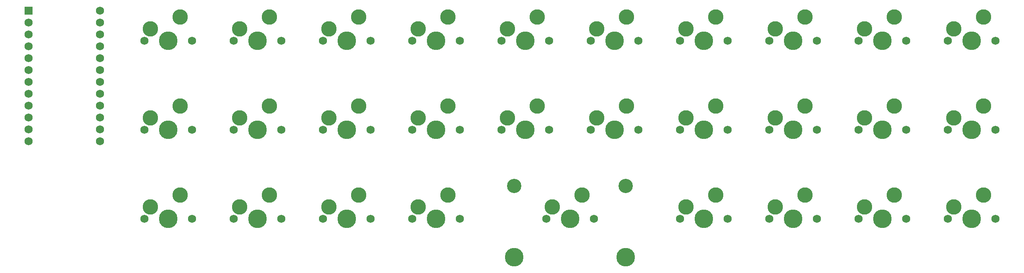
<source format=gbr>
%TF.GenerationSoftware,KiCad,Pcbnew,(6.0.6)*%
%TF.CreationDate,2022-07-19T20:18:06+07:00*%
%TF.ProjectId,pocket,706f636b-6574-42e6-9b69-6361645f7063,rev?*%
%TF.SameCoordinates,Original*%
%TF.FileFunction,Soldermask,Top*%
%TF.FilePolarity,Negative*%
%FSLAX46Y46*%
G04 Gerber Fmt 4.6, Leading zero omitted, Abs format (unit mm)*
G04 Created by KiCad (PCBNEW (6.0.6)) date 2022-07-19 20:18:06*
%MOMM*%
%LPD*%
G01*
G04 APERTURE LIST*
%ADD10C,1.750000*%
%ADD11C,3.987800*%
%ADD12C,3.300000*%
%ADD13R,1.752600X1.752600*%
%ADD14C,1.752600*%
%ADD15C,3.048000*%
G04 APERTURE END LIST*
D10*
%TO.C,SW25*%
X171767500Y-110331250D03*
X161607500Y-110331250D03*
D11*
X166687500Y-110331250D03*
D12*
X162877500Y-107791250D03*
X169227500Y-105251250D03*
%TD*%
D11*
%TO.C,SW16*%
X157162500Y-91281250D03*
D10*
X162242500Y-91281250D03*
X152082500Y-91281250D03*
D12*
X153352500Y-88741250D03*
X159702500Y-86201250D03*
%TD*%
D10*
%TO.C,SW29*%
X86042500Y-110331250D03*
D11*
X80962500Y-110331250D03*
D10*
X75882500Y-110331250D03*
D12*
X77152500Y-107791250D03*
X83502500Y-105251250D03*
%TD*%
%TO.C,SW18*%
X121602500Y-86201250D03*
X115252500Y-88741250D03*
D11*
X119062500Y-91281250D03*
D10*
X113982500Y-91281250D03*
X124142500Y-91281250D03*
%TD*%
D11*
%TO.C,SW13*%
X214312500Y-91281250D03*
D10*
X209232500Y-91281250D03*
X219392500Y-91281250D03*
D12*
X210502500Y-88741250D03*
X216852500Y-86201250D03*
%TD*%
D11*
%TO.C,SW9*%
X100012500Y-72231250D03*
D10*
X105092500Y-72231250D03*
X94932500Y-72231250D03*
D12*
X96202500Y-69691250D03*
X102552500Y-67151250D03*
%TD*%
D10*
%TO.C,SW3*%
X209232500Y-72231250D03*
D11*
X214312500Y-72231250D03*
D10*
X219392500Y-72231250D03*
D12*
X210502500Y-69691250D03*
X216852500Y-67151250D03*
%TD*%
D11*
%TO.C,SW10*%
X80962500Y-72231250D03*
D10*
X86042500Y-72231250D03*
X75882500Y-72231250D03*
D12*
X77152500Y-69691250D03*
X83502500Y-67151250D03*
%TD*%
D10*
%TO.C,SW7*%
X143192500Y-72231250D03*
D11*
X138112500Y-72231250D03*
D10*
X133032500Y-72231250D03*
D12*
X134302500Y-69691250D03*
X140652500Y-67151250D03*
%TD*%
D10*
%TO.C,SW23*%
X219392500Y-110331250D03*
D11*
X214312500Y-110331250D03*
D10*
X209232500Y-110331250D03*
D12*
X210502500Y-107791250D03*
X216852500Y-105251250D03*
%TD*%
D11*
%TO.C,SW26*%
X138112500Y-110331250D03*
D10*
X133032500Y-110331250D03*
X143192500Y-110331250D03*
D12*
X134302500Y-107791250D03*
X140652500Y-105251250D03*
%TD*%
D13*
%TO.C,U1*%
X51117500Y-65804250D03*
D14*
X51117500Y-68344250D03*
X51117500Y-70884250D03*
X51117500Y-73424250D03*
X51117500Y-75964250D03*
X51117500Y-78504250D03*
X51117500Y-81044250D03*
X51117500Y-83584250D03*
X51117500Y-86124250D03*
X51117500Y-88664250D03*
X51117500Y-91204250D03*
X51117500Y-93744250D03*
X66357500Y-93744250D03*
X66357500Y-91204250D03*
X66357500Y-88664250D03*
X66357500Y-86124250D03*
X66357500Y-83584250D03*
X66357500Y-81044250D03*
X66357500Y-78504250D03*
X66357500Y-75964250D03*
X66357500Y-73424250D03*
X66357500Y-70884250D03*
X66357500Y-68344250D03*
X66357500Y-65804250D03*
%TD*%
D10*
%TO.C,SW24*%
X190182500Y-110331250D03*
D11*
X195262500Y-110331250D03*
D10*
X200342500Y-110331250D03*
D12*
X191452500Y-107791250D03*
X197802500Y-105251250D03*
%TD*%
D10*
%TO.C,SW15*%
X181292500Y-91281250D03*
D11*
X176212500Y-91281250D03*
D10*
X171132500Y-91281250D03*
D12*
X172402500Y-88741250D03*
X178752500Y-86201250D03*
%TD*%
D10*
%TO.C,SW17*%
X133032500Y-91281250D03*
X143192500Y-91281250D03*
D11*
X138112500Y-91281250D03*
D12*
X134302500Y-88741250D03*
X140652500Y-86201250D03*
%TD*%
D10*
%TO.C,SW19*%
X105092500Y-91281250D03*
D11*
X100012500Y-91281250D03*
D10*
X94932500Y-91281250D03*
D12*
X96202500Y-88741250D03*
X102552500Y-86201250D03*
%TD*%
D10*
%TO.C,SW22*%
X238442500Y-110331250D03*
X228282500Y-110331250D03*
D11*
X233362500Y-110331250D03*
D12*
X229552500Y-107791250D03*
X235902500Y-105251250D03*
%TD*%
D11*
%TO.C,SW12*%
X233362500Y-91281250D03*
D10*
X228282500Y-91281250D03*
X238442500Y-91281250D03*
D12*
X229552500Y-88741250D03*
X235902500Y-86201250D03*
%TD*%
D15*
%TO.C,S1*%
X154781250Y-103346250D03*
D11*
X178593750Y-118586250D03*
D15*
X178593750Y-103346250D03*
D11*
X154781250Y-118586250D03*
%TD*%
%TO.C,SW6*%
X157162500Y-72231250D03*
D10*
X162242500Y-72231250D03*
X152082500Y-72231250D03*
D12*
X153352500Y-69691250D03*
X159702500Y-67151250D03*
%TD*%
D10*
%TO.C,SW21*%
X247332500Y-110331250D03*
D11*
X252412500Y-110331250D03*
D10*
X257492500Y-110331250D03*
D12*
X248602500Y-107791250D03*
X254952500Y-105251250D03*
%TD*%
D11*
%TO.C,SW8*%
X119062500Y-72231250D03*
D10*
X124142500Y-72231250D03*
X113982500Y-72231250D03*
D12*
X115252500Y-69691250D03*
X121602500Y-67151250D03*
%TD*%
D10*
%TO.C,SW4*%
X200342500Y-72231250D03*
X190182500Y-72231250D03*
D11*
X195262500Y-72231250D03*
D12*
X191452500Y-69691250D03*
X197802500Y-67151250D03*
%TD*%
D10*
%TO.C,SW1*%
X257492500Y-72231250D03*
X247332500Y-72231250D03*
D11*
X252412500Y-72231250D03*
D12*
X248602500Y-69691250D03*
X254952500Y-67151250D03*
%TD*%
D11*
%TO.C,SW14*%
X195262500Y-91281250D03*
D10*
X190182500Y-91281250D03*
X200342500Y-91281250D03*
D12*
X191452500Y-88741250D03*
X197802500Y-86201250D03*
%TD*%
D10*
%TO.C,SW28*%
X105092500Y-110331250D03*
D11*
X100012500Y-110331250D03*
D10*
X94932500Y-110331250D03*
D12*
X96202500Y-107791250D03*
X102552500Y-105251250D03*
%TD*%
D11*
%TO.C,SW5*%
X176212500Y-72231250D03*
D10*
X171132500Y-72231250D03*
X181292500Y-72231250D03*
D12*
X172402500Y-69691250D03*
X178752500Y-67151250D03*
%TD*%
D10*
%TO.C,SW11*%
X257492500Y-91281250D03*
X247332500Y-91281250D03*
D11*
X252412500Y-91281250D03*
D12*
X248602500Y-88741250D03*
X254952500Y-86201250D03*
%TD*%
D11*
%TO.C,SW2*%
X233362500Y-72231250D03*
D10*
X228282500Y-72231250D03*
X238442500Y-72231250D03*
D12*
X229552500Y-69691250D03*
X235902500Y-67151250D03*
%TD*%
D10*
%TO.C,SW20*%
X75882500Y-91281250D03*
X86042500Y-91281250D03*
D11*
X80962500Y-91281250D03*
D12*
X77152500Y-88741250D03*
X83502500Y-86201250D03*
%TD*%
D10*
%TO.C,SW27*%
X113982500Y-110331250D03*
X124142500Y-110331250D03*
D11*
X119062500Y-110331250D03*
D12*
X115252500Y-107791250D03*
X121602500Y-105251250D03*
%TD*%
M02*

</source>
